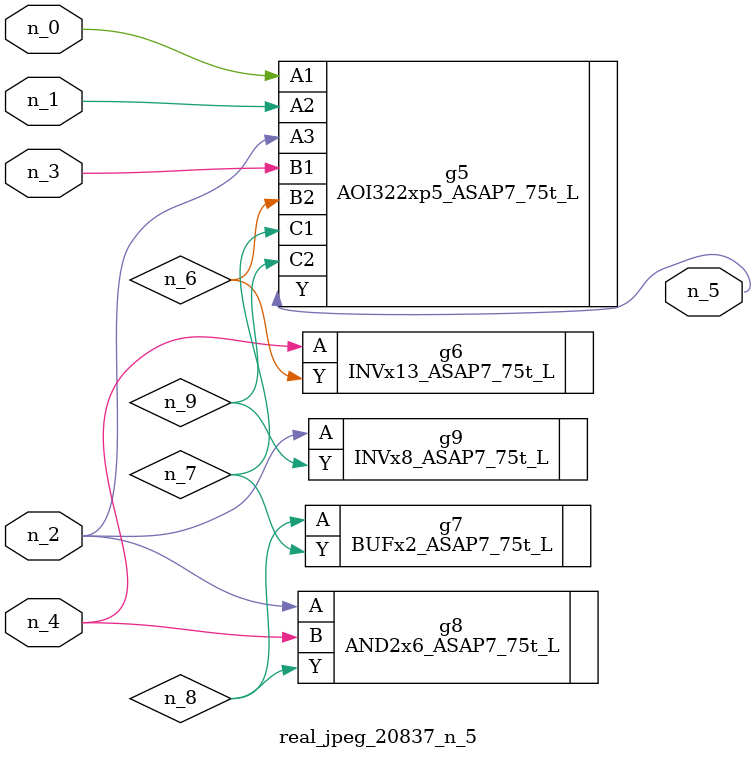
<source format=v>
module real_jpeg_20837_n_5 (n_4, n_0, n_1, n_2, n_3, n_5);

input n_4;
input n_0;
input n_1;
input n_2;
input n_3;

output n_5;

wire n_8;
wire n_6;
wire n_7;
wire n_9;

AOI322xp5_ASAP7_75t_L g5 ( 
.A1(n_0),
.A2(n_1),
.A3(n_2),
.B1(n_3),
.B2(n_6),
.C1(n_7),
.C2(n_9),
.Y(n_5)
);

AND2x6_ASAP7_75t_L g8 ( 
.A(n_2),
.B(n_4),
.Y(n_8)
);

INVx8_ASAP7_75t_L g9 ( 
.A(n_2),
.Y(n_9)
);

INVx13_ASAP7_75t_L g6 ( 
.A(n_4),
.Y(n_6)
);

BUFx2_ASAP7_75t_L g7 ( 
.A(n_8),
.Y(n_7)
);


endmodule
</source>
